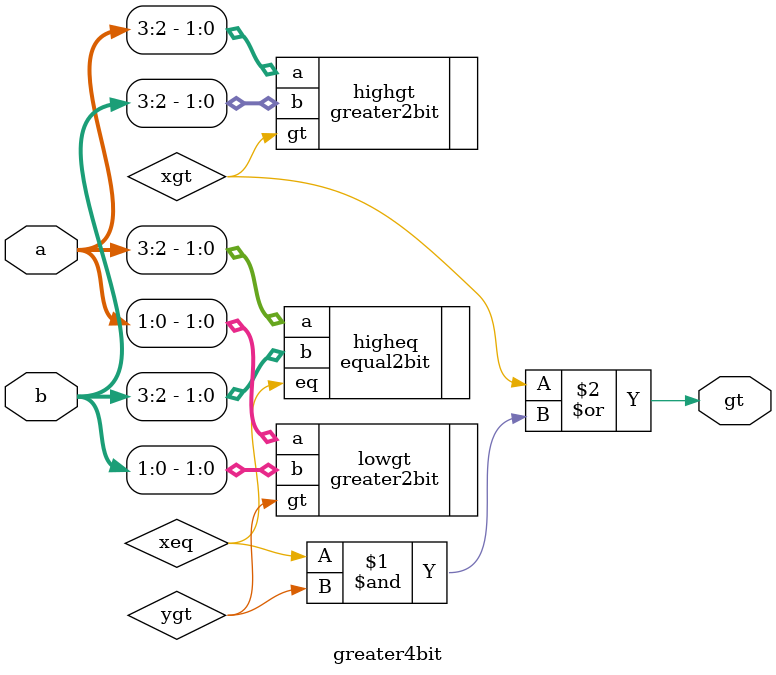
<source format=v>
`timescale 1ns / 1ps
module greater4bit(
    input [3:0] a,
    input [3:0] b,
    output gt
    );

wire xgt, ygt, xeq, yeq;

	 	// Instantiate the module
equal2bit higheq (
    .a(a[3:2]), 
    .b(b[3:2]), 
    .eq(xeq)
    );
	 
// Instantiate the module
greater2bit lowgt (
    .a(a[1:0]), 
    .b(b[1:0]), 
    .gt(ygt)
    );

// Instantiate the module
greater2bit highgt (
    .a(a[3:2]), 
    .b(b[3:2]), 
    .gt(xgt)
    );
assign gt = xgt | (xeq & ygt);
endmodule

</source>
